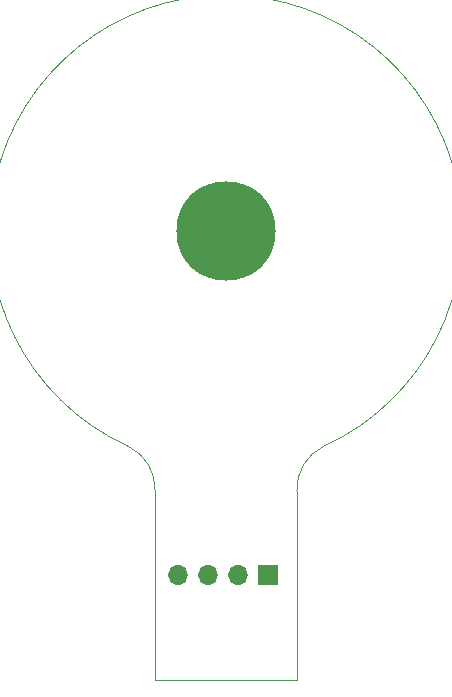
<source format=gbr>
%TF.GenerationSoftware,KiCad,Pcbnew,(5.1.8-0-10_14)*%
%TF.CreationDate,2020-11-27T17:03:58+01:00*%
%TF.ProjectId,VibrationSensor,56696272-6174-4696-9f6e-53656e736f72,rev?*%
%TF.SameCoordinates,Original*%
%TF.FileFunction,Soldermask,Bot*%
%TF.FilePolarity,Negative*%
%FSLAX46Y46*%
G04 Gerber Fmt 4.6, Leading zero omitted, Abs format (unit mm)*
G04 Created by KiCad (PCBNEW (5.1.8-0-10_14)) date 2020-11-27 17:03:58*
%MOMM*%
%LPD*%
G01*
G04 APERTURE LIST*
%TA.AperFunction,Profile*%
%ADD10C,0.050000*%
%TD*%
%ADD11O,1.700000X1.700000*%
%ADD12R,1.700000X1.700000*%
%ADD13C,8.400000*%
G04 APERTURE END LIST*
D10*
X126000000Y-110000000D02*
X138000000Y-110000000D01*
X138000000Y-94000000D02*
X138000000Y-110000000D01*
X140297982Y-90195702D02*
G75*
G03*
X138000000Y-94000000I1702018J-3624298D01*
G01*
X123702018Y-90195702D02*
G75*
G02*
X126000000Y-94000000I-1702018J-3624298D01*
G01*
X126000000Y-94000000D02*
X126000000Y-110000000D01*
X123702017Y-90195702D02*
G75*
G02*
X140297982Y-90195702I8297983J18195702D01*
G01*
D11*
%TO.C,J101*%
X127980000Y-101100000D03*
X130520000Y-101100000D03*
X133060000Y-101100000D03*
D12*
X135600000Y-101100000D03*
%TD*%
D13*
%TO.C,H101*%
X132000000Y-72000000D03*
%TD*%
M02*

</source>
